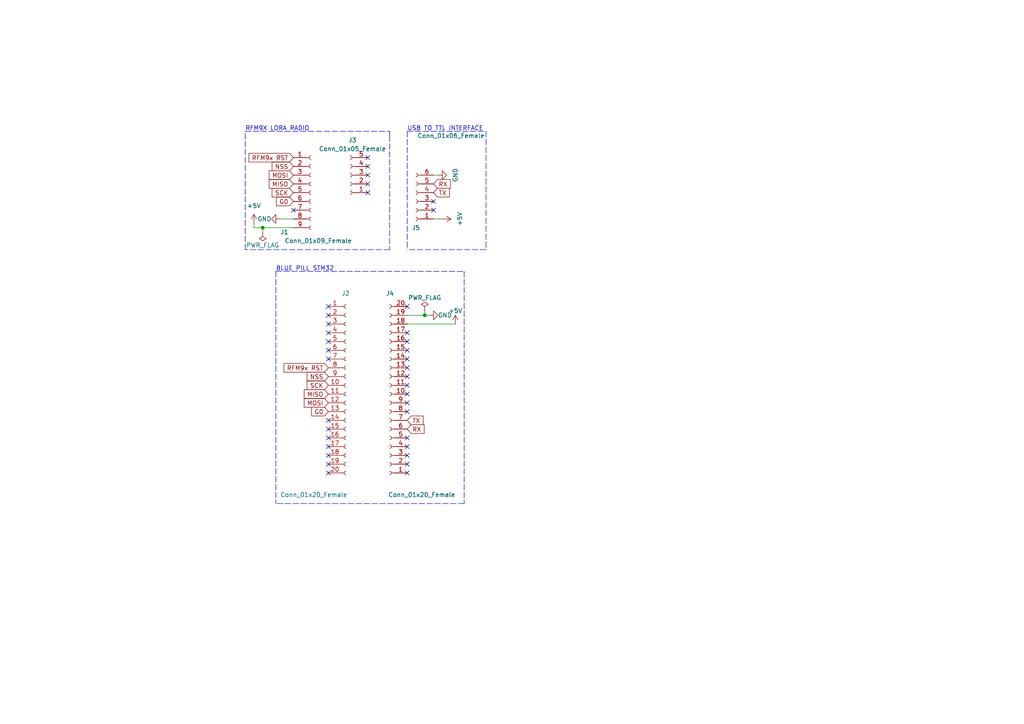
<source format=kicad_sch>
(kicad_sch (version 20211123) (generator eeschema)
  (paper "A4")
  (title_block (title "Esquemático de la Puerta de Enlace") (date "2022-06-14") (company "UTEC"))
  (lib_symbols
    (symbol "Connector:Conn_01x05_Female" (pin_names (offset 1.016) hide)
      (property "Reference" "J" (at 0 7.62 0))
      (property "Value" "Conn_01x05_Female" (at 0 -7.62 0))
      (symbol "Conn_01x05_Female_1_1"
        (arc (start 0 -4.572) (mid -0.508 -5.08) (end 0 -5.588) (stroke (width 0.1524)))
        (arc (start 0 -2.032) (mid -0.508 -2.54) (end 0 -3.048) (stroke (width 0.1524)))
        (polyline (pts (xy -1.27 -5.08) (xy -0.508 -5.08)) (stroke (width 0.1524)))
        (polyline (pts (xy -1.27 -2.54) (xy -0.508 -2.54)) (stroke (width 0.1524)))
        (polyline (pts (xy -1.27 0) (xy -0.508 0)) (stroke (width 0.1524)))
        (polyline (pts (xy -1.27 2.54) (xy -0.508 2.54)) (stroke (width 0.1524)))
        (polyline (pts (xy -1.27 5.08) (xy -0.508 5.08)) (stroke (width 0.1524)))
        (arc (start 0 0.508) (mid -0.508 0) (end 0 -0.508) (stroke (width 0.1524)))
        (arc (start 0 3.048) (mid -0.508 2.54) (end 0 2.032) (stroke (width 0.1524)))
        (arc (start 0 5.588) (mid -0.508 5.08) (end 0 4.572) (stroke (width 0.1524)))
        (pin passive line (at -5.08 5.08 0) (length 3.81) (name "Pin_1") (number "1"))
        (pin passive line (at -5.08 2.54 0) (length 3.81) (name "Pin_2") (number "2"))
        (pin passive line (at -5.08 0 0) (length 3.81) (name "Pin_3") (number "3"))
        (pin passive line (at -5.08 -2.54 0) (length 3.81) (name "Pin_4") (number "4"))
        (pin passive line (at -5.08 -5.08 0) (length 3.81) (name "Pin_5") (number "5"))
      )
    )
    (symbol "Connector:Conn_01x06_Female" (pin_names (offset 1.016) hide)
      (property "Reference" "J" (at 0 7.62 0))
      (property "Value" "Conn_01x06_Female" (at 0 -10.16 0))
      (symbol "Conn_01x06_Female_1_1"
        (arc (start 0 -7.112) (mid -0.508 -7.62) (end 0 -8.128) (stroke (width 0.1524)))
        (arc (start 0 -4.572) (mid -0.508 -5.08) (end 0 -5.588) (stroke (width 0.1524)))
        (arc (start 0 -2.032) (mid -0.508 -2.54) (end 0 -3.048) (stroke (width 0.1524)))
        (polyline (pts (xy -1.27 -7.62) (xy -0.508 -7.62)) (stroke (width 0.1524)))
        (polyline (pts (xy -1.27 -5.08) (xy -0.508 -5.08)) (stroke (width 0.1524)))
        (polyline (pts (xy -1.27 -2.54) (xy -0.508 -2.54)) (stroke (width 0.1524)))
        (polyline (pts (xy -1.27 0) (xy -0.508 0)) (stroke (width 0.1524)))
        (polyline (pts (xy -1.27 2.54) (xy -0.508 2.54)) (stroke (width 0.1524)))
        (polyline (pts (xy -1.27 5.08) (xy -0.508 5.08)) (stroke (width 0.1524)))
        (arc (start 0 0.508) (mid -0.508 0) (end 0 -0.508) (stroke (width 0.1524)))
        (arc (start 0 3.048) (mid -0.508 2.54) (end 0 2.032) (stroke (width 0.1524)))
        (arc (start 0 5.588) (mid -0.508 5.08) (end 0 4.572) (stroke (width 0.1524)))
        (pin passive line (at -5.08 5.08 0) (length 3.81) (name "Pin_1") (number "1"))
        (pin passive line (at -5.08 2.54 0) (length 3.81) (name "Pin_2") (number "2"))
        (pin passive line (at -5.08 0 0) (length 3.81) (name "Pin_3") (number "3"))
        (pin passive line (at -5.08 -2.54 0) (length 3.81) (name "Pin_4") (number "4"))
        (pin passive line (at -5.08 -5.08 0) (length 3.81) (name "Pin_5") (number "5"))
        (pin passive line (at -5.08 -7.62 0) (length 3.81) (name "Pin_6") (number "6"))
      )
    )
    (symbol "Connector:Conn_01x09_Female" (pin_names (offset 1.016) hide)
      (property "Reference" "J" (at 0 12.7 0))
      (property "Value" "Conn_01x09_Female" (at 0 -12.7 0))
      (symbol "Conn_01x09_Female_1_1"
        (arc (start 0 -9.652) (mid -0.508 -10.16) (end 0 -10.668) (stroke (width 0.1524)))
        (arc (start 0 -7.112) (mid -0.508 -7.62) (end 0 -8.128) (stroke (width 0.1524)))
        (arc (start 0 -4.572) (mid -0.508 -5.08) (end 0 -5.588) (stroke (width 0.1524)))
        (arc (start 0 -2.032) (mid -0.508 -2.54) (end 0 -3.048) (stroke (width 0.1524)))
        (polyline (pts (xy -1.27 -10.16) (xy -0.508 -10.16)) (stroke (width 0.1524)))
        (polyline (pts (xy -1.27 -7.62) (xy -0.508 -7.62)) (stroke (width 0.1524)))
        (polyline (pts (xy -1.27 -5.08) (xy -0.508 -5.08)) (stroke (width 0.1524)))
        (polyline (pts (xy -1.27 -2.54) (xy -0.508 -2.54)) (stroke (width 0.1524)))
        (polyline (pts (xy -1.27 0) (xy -0.508 0)) (stroke (width 0.1524)))
        (polyline (pts (xy -1.27 2.54) (xy -0.508 2.54)) (stroke (width 0.1524)))
        (polyline (pts (xy -1.27 5.08) (xy -0.508 5.08)) (stroke (width 0.1524)))
        (polyline (pts (xy -1.27 7.62) (xy -0.508 7.62)) (stroke (width 0.1524)))
        (polyline (pts (xy -1.27 10.16) (xy -0.508 10.16)) (stroke (width 0.1524)))
        (arc (start 0 0.508) (mid -0.508 0) (end 0 -0.508) (stroke (width 0.1524)))
        (arc (start 0 3.048) (mid -0.508 2.54) (end 0 2.032) (stroke (width 0.1524)))
        (arc (start 0 5.588) (mid -0.508 5.08) (end 0 4.572) (stroke (width 0.1524)))
        (arc (start 0 8.128) (mid -0.508 7.62) (end 0 7.112) (stroke (width 0.1524)))
        (arc (start 0 10.668) (mid -0.508 10.16) (end 0 9.652) (stroke (width 0.1524)))
        (pin passive line (at -5.08 10.16 0) (length 3.81) (name "Pin_1") (number "1"))
        (pin passive line (at -5.08 7.62 0) (length 3.81) (name "Pin_2") (number "2"))
        (pin passive line (at -5.08 5.08 0) (length 3.81) (name "Pin_3") (number "3"))
        (pin passive line (at -5.08 2.54 0) (length 3.81) (name "Pin_4") (number "4"))
        (pin passive line (at -5.08 0 0) (length 3.81) (name "Pin_5") (number "5"))
        (pin passive line (at -5.08 -2.54 0) (length 3.81) (name "Pin_6") (number "6"))
        (pin passive line (at -5.08 -5.08 0) (length 3.81) (name "Pin_7") (number "7"))
        (pin passive line (at -5.08 -7.62 0) (length 3.81) (name "Pin_8") (number "8"))
        (pin passive line (at -5.08 -10.16 0) (length 3.81) (name "Pin_9") (number "9"))
      )
    )
    (symbol "Connector:Conn_01x20_Female" (pin_names (offset 1.016) hide)
      (property "Reference" "J" (at 0 25.4 0))
      (property "Value" "Conn_01x20_Female" (at 0 -27.94 0))
      (symbol "Conn_01x20_Female_1_1"
        (arc (start 0 -24.892) (mid -0.508 -25.4) (end 0 -25.908) (stroke (width 0.1524)))
        (arc (start 0 -22.352) (mid -0.508 -22.86) (end 0 -23.368) (stroke (width 0.1524)))
        (arc (start 0 -19.812) (mid -0.508 -20.32) (end 0 -20.828) (stroke (width 0.1524)))
        (arc (start 0 -17.272) (mid -0.508 -17.78) (end 0 -18.288) (stroke (width 0.1524)))
        (arc (start 0 -14.732) (mid -0.508 -15.24) (end 0 -15.748) (stroke (width 0.1524)))
        (arc (start 0 -12.192) (mid -0.508 -12.7) (end 0 -13.208) (stroke (width 0.1524)))
        (arc (start 0 -9.652) (mid -0.508 -10.16) (end 0 -10.668) (stroke (width 0.1524)))
        (arc (start 0 -7.112) (mid -0.508 -7.62) (end 0 -8.128) (stroke (width 0.1524)))
        (arc (start 0 -4.572) (mid -0.508 -5.08) (end 0 -5.588) (stroke (width 0.1524)))
        (arc (start 0 -2.032) (mid -0.508 -2.54) (end 0 -3.048) (stroke (width 0.1524)))
        (polyline (pts (xy -1.27 -25.4) (xy -0.508 -25.4)) (stroke (width 0.1524)))
        (polyline (pts (xy -1.27 -22.86) (xy -0.508 -22.86)) (stroke (width 0.1524)))
        (polyline (pts (xy -1.27 -20.32) (xy -0.508 -20.32)) (stroke (width 0.1524)))
        (polyline (pts (xy -1.27 -17.78) (xy -0.508 -17.78)) (stroke (width 0.1524)))
        (polyline (pts (xy -1.27 -15.24) (xy -0.508 -15.24)) (stroke (width 0.1524)))
        (polyline (pts (xy -1.27 -12.7) (xy -0.508 -12.7)) (stroke (width 0.1524)))
        (polyline (pts (xy -1.27 -10.16) (xy -0.508 -10.16)) (stroke (width 0.1524)))
        (polyline (pts (xy -1.27 -7.62) (xy -0.508 -7.62)) (stroke (width 0.1524)))
        (polyline (pts (xy -1.27 -5.08) (xy -0.508 -5.08)) (stroke (width 0.1524)))
        (polyline (pts (xy -1.27 -2.54) (xy -0.508 -2.54)) (stroke (width 0.1524)))
        (polyline (pts (xy -1.27 0) (xy -0.508 0)) (stroke (width 0.1524)))
        (polyline (pts (xy -1.27 2.54) (xy -0.508 2.54)) (stroke (width 0.1524)))
        (polyline (pts (xy -1.27 5.08) (xy -0.508 5.08)) (stroke (width 0.1524)))
        (polyline (pts (xy -1.27 7.62) (xy -0.508 7.62)) (stroke (width 0.1524)))
        (polyline (pts (xy -1.27 10.16) (xy -0.508 10.16)) (stroke (width 0.1524)))
        (polyline (pts (xy -1.27 12.7) (xy -0.508 12.7)) (stroke (width 0.1524)))
        (polyline (pts (xy -1.27 15.24) (xy -0.508 15.24)) (stroke (width 0.1524)))
        (polyline (pts (xy -1.27 17.78) (xy -0.508 17.78)) (stroke (width 0.1524)))
        (polyline (pts (xy -1.27 20.32) (xy -0.508 20.32)) (stroke (width 0.1524)))
        (polyline (pts (xy -1.27 22.86) (xy -0.508 22.86)) (stroke (width 0.1524)))
        (arc (start 0 0.508) (mid -0.508 0) (end 0 -0.508) (stroke (width 0.1524)))
        (arc (start 0 3.048) (mid -0.508 2.54) (end 0 2.032) (stroke (width 0.1524)))
        (arc (start 0 5.588) (mid -0.508 5.08) (end 0 4.572) (stroke (width 0.1524)))
        (arc (start 0 8.128) (mid -0.508 7.62) (end 0 7.112) (stroke (width 0.1524)))
        (arc (start 0 10.668) (mid -0.508 10.16) (end 0 9.652) (stroke (width 0.1524)))
        (arc (start 0 13.208) (mid -0.508 12.7) (end 0 12.192) (stroke (width 0.1524)))
        (arc (start 0 15.748) (mid -0.508 15.24) (end 0 14.732) (stroke (width 0.1524)))
        (arc (start 0 18.288) (mid -0.508 17.78) (end 0 17.272) (stroke (width 0.1524)))
        (arc (start 0 20.828) (mid -0.508 20.32) (end 0 19.812) (stroke (width 0.1524)))
        (arc (start 0 23.368) (mid -0.508 22.86) (end 0 22.352) (stroke (width 0.1524)))
        (pin passive line (at -5.08 22.86 0) (length 3.81) (name "Pin_1") (number "1"))
        (pin passive line (at -5.08 0 0) (length 3.81) (name "Pin_10") (number "10"))
        (pin passive line (at -5.08 -2.54 0) (length 3.81) (name "Pin_11") (number "11"))
        (pin passive line (at -5.08 -5.08 0) (length 3.81) (name "Pin_12") (number "12"))
        (pin passive line (at -5.08 -7.62 0) (length 3.81) (name "Pin_13") (number "13"))
        (pin passive line (at -5.08 -10.16 0) (length 3.81) (name "Pin_14") (number "14"))
        (pin passive line (at -5.08 -12.7 0) (length 3.81) (name "Pin_15") (number "15"))
        (pin passive line (at -5.08 -15.24 0) (length 3.81) (name "Pin_16") (number "16"))
        (pin passive line (at -5.08 -17.78 0) (length 3.81) (name "Pin_17") (number "17"))
        (pin passive line (at -5.08 -20.32 0) (length 3.81) (name "Pin_18") (number "18"))
        (pin passive line (at -5.08 -22.86 0) (length 3.81) (name "Pin_19") (number "19"))
        (pin passive line (at -5.08 20.32 0) (length 3.81) (name "Pin_2") (number "2"))
        (pin passive line (at -5.08 -25.4 0) (length 3.81) (name "Pin_20") (number "20"))
        (pin passive line (at -5.08 17.78 0) (length 3.81) (name "Pin_3") (number "3"))
        (pin passive line (at -5.08 15.24 0) (length 3.81) (name "Pin_4") (number "4"))
        (pin passive line (at -5.08 12.7 0) (length 3.81) (name "Pin_5") (number "5"))
        (pin passive line (at -5.08 10.16 0) (length 3.81) (name "Pin_6") (number "6"))
        (pin passive line (at -5.08 7.62 0) (length 3.81) (name "Pin_7") (number "7"))
        (pin passive line (at -5.08 5.08 0) (length 3.81) (name "Pin_8") (number "8"))
        (pin passive line (at -5.08 2.54 0) (length 3.81) (name "Pin_9") (number "9"))
      )
    )
    (symbol "power:+5V" (power) (pin_names (offset 0))
      (property "Value" "+5V" (at 0 3.556 0))
      (symbol "+5V_0_1"
        (polyline (pts (xy -0.762 1.27) (xy 0 2.54)))
        (polyline (pts (xy 0 0) (xy 0 2.54)))
        (polyline (pts (xy 0 2.54) (xy 0.762 1.27)))
      )
      (symbol "+5V_1_1"
        (pin power_in line (at 0 0 90) (length 0) hide (name "+5V") (number "1"))
      )
    )
    (symbol "power:GND" (power) (pin_names (offset 0))
      (property "Value" "GND" (at 0 -3.81 0))
      (symbol "GND_0_1"
        (polyline (pts (xy 0 0) (xy 0 -1.27) (xy 1.27 -1.27) (xy 0 -2.54) (xy -1.27 -1.27) (xy 0 -1.27)))
      )
      (symbol "GND_1_1"
        (pin power_in line (at 0 0 270) (length 0) hide (name "GND") (number "1"))
      )
    )
    (symbol "power:PWR_FLAG" (power) (pin_numbers hide) (pin_names (offset 0) hide)
      (property "Value" "PWR_FLAG" (at 0 3.81 0))
      (symbol "PWR_FLAG_0_0"
        (pin power_out line (at 0 0 90) (length 0) (name "pwr") (number "1"))
      )
      (symbol "PWR_FLAG_0_1"
        (polyline (pts (xy 0 0) (xy 0 1.27) (xy -1.016 1.905) (xy 0 2.54) (xy 1.016 1.905) (xy 0 1.27)))
      )
    )
  )
  (junction (at 123.19 91.44))
  (junction (at 76.2 66.04))
  (no_connect (at 95.25 132.08))
  (no_connect (at 118.11 96.52))
  (no_connect (at 118.11 101.6))
  (no_connect (at 118.11 104.14))
  (no_connect (at 118.11 106.68))
  (no_connect (at 118.11 111.76))
  (no_connect (at 118.11 99.06))
  (no_connect (at 118.11 109.22))
  (no_connect (at 118.11 114.3))
  (no_connect (at 118.11 134.62))
  (no_connect (at 118.11 127))
  (no_connect (at 118.11 129.54))
  (no_connect (at 118.11 137.16))
  (no_connect (at 118.11 132.08))
  (no_connect (at 118.11 119.38))
  (no_connect (at 118.11 116.84))
  (no_connect (at 95.25 88.9))
  (no_connect (at 95.25 121.92))
  (no_connect (at 95.25 127))
  (no_connect (at 95.25 124.46))
  (no_connect (at 95.25 129.54))
  (no_connect (at 85.09 60.96))
  (no_connect (at 106.68 53.34))
  (no_connect (at 106.68 45.72))
  (no_connect (at 106.68 50.8))
  (no_connect (at 106.68 48.26))
  (no_connect (at 106.68 55.88))
  (no_connect (at 118.11 88.9))
  (no_connect (at 95.25 134.62))
  (no_connect (at 95.25 137.16))
  (no_connect (at 95.25 96.52))
  (no_connect (at 95.25 91.44))
  (no_connect (at 95.25 93.98))
  (no_connect (at 125.73 58.42))
  (no_connect (at 125.73 60.96))
  (no_connect (at 95.25 101.6))
  (no_connect (at 95.25 99.06))
  (no_connect (at 95.25 104.14))
  (polyline (pts (xy 140.97 72.39) (xy 118.11 72.39)))
  (polyline (pts (xy 118.11 38.1) (xy 118.11 72.39)))
  (polyline (pts (xy 140.97 38.1) (xy 140.97 72.39)))
  (wire (pts (xy 123.19 90.17) (xy 123.19 91.44)))
  (wire (pts (xy 76.2 66.04) (xy 73.66 66.04)))
  (wire (pts (xy 125.73 63.5) (xy 128.27 63.5)))
  (wire (pts (xy 123.19 91.44) (xy 124.46 91.44)))
  (wire (pts (xy 125.73 50.8) (xy 127 50.8)))
  (polyline (pts (xy 113.03 38.1) (xy 113.03 39.37)))
  (polyline (pts (xy 134.62 146.05) (xy 80.01 146.05)))
  (polyline (pts (xy 134.62 78.74) (xy 134.62 146.05)))
  (polyline (pts (xy 80.01 78.74) (xy 80.01 146.05)))
  (polyline (pts (xy 71.12 38.1) (xy 113.03 38.1)))
  (wire (pts (xy 118.11 93.98) (xy 132.08 93.98)))
  (polyline (pts (xy 80.01 78.74) (xy 134.62 78.74)))
  (wire (pts (xy 118.11 91.44) (xy 123.19 91.44)))
  (wire (pts (xy 73.66 66.04) (xy 73.66 64.77)))
  (polyline (pts (xy 71.12 72.39) (xy 71.12 38.1)))
  (wire (pts (xy 85.09 66.04) (xy 76.2 66.04)))
  (wire (pts (xy 81.28 63.5) (xy 85.09 63.5)))
  (polyline (pts (xy 118.11 38.1) (xy 140.97 38.1)))
  (wire (pts (xy 76.2 66.04) (xy 76.2 67.31)))
  (polyline (pts (xy 113.03 72.39) (xy 71.12 72.39)))
  (polyline (pts (xy 113.03 39.37) (xy 113.03 72.39)))
  (text "RFM9X LORA RADIO" (at 71.12 38.1 0) (effects (font (size 1.27 1.27)) (justify left bottom)))
  (text "USB TO TTL INTERFACE\n" (at 118.11 38.1 0) (effects (font (size 1.27 1.27)) (justify left bottom)))
  (text "BLUE PILL STM32" (at 80.01 78.74 0) (effects (font (size 1.27 1.27)) (justify left bottom)))
  (global_label "TX" (shape input) (at 125.73 55.88 0) (property "Intersheet References" "${INTERSHEET_REFS}" (effects hide)))
  (global_label "RX" (shape input) (at 118.11 124.46 0) (property "Intersheet References" "${INTERSHEET_REFS}" (effects hide)))
  (global_label "RX" (shape input) (at 125.73 53.34 0) (property "Intersheet References" "${INTERSHEET_REFS}" (effects hide)))
  (global_label "MISO" (shape input) (at 85.09 53.34 180) (property "Intersheet References" "${INTERSHEET_REFS}" (effects hide)))
  (global_label "RFM9x RST" (shape input) (at 95.25 106.68 180) (property "Intersheet References" "${INTERSHEET_REFS}" (effects hide)))
  (global_label "MOSI" (shape input) (at 95.25 116.84 180) (property "Intersheet References" "${INTERSHEET_REFS}" (effects hide)))
  (global_label "MISO" (shape input) (at 95.25 114.3 180) (property "Intersheet References" "${INTERSHEET_REFS}" (effects hide)))
  (global_label "G0" (shape input) (at 85.09 58.42 180) (property "Intersheet References" "${INTERSHEET_REFS}" (effects hide)))
  (global_label "SCK" (shape input) (at 85.09 55.88 180) (property "Intersheet References" "${INTERSHEET_REFS}" (effects hide)))
  (global_label "NSS" (shape input) (at 95.25 109.22 180) (property "Intersheet References" "${INTERSHEET_REFS}" (effects hide)))
  (global_label "RFM9x RST" (shape input) (at 85.09 45.72 180) (property "Intersheet References" "${INTERSHEET_REFS}" (effects hide)))
  (global_label "MOSI" (shape input) (at 85.09 50.8 180) (property "Intersheet References" "${INTERSHEET_REFS}" (effects hide)))
  (global_label "NSS" (shape input) (at 85.09 48.26 180) (property "Intersheet References" "${INTERSHEET_REFS}" (effects hide)))
  (global_label "TX" (shape input) (at 118.11 121.92 0) (property "Intersheet References" "${INTERSHEET_REFS}" (effects hide)))
  (global_label "G0" (shape input) (at 95.25 119.38 180) (property "Intersheet References" "${INTERSHEET_REFS}" (effects hide)))
  (global_label "SCK" (shape input) (at 95.25 111.76 180) (property "Intersheet References" "${INTERSHEET_REFS}" (effects hide)))
  (symbol (lib_id "power:GND") (at 81.28 63.5 270) (unit 1)
    (property "Reference" "#PWR04" (effects hide))
    (property "Value" "GND" (at 78.74 63.5 90) (effects (justify right)))
  )
  (symbol (lib_id "power:+5V") (at 132.08 93.98 0) (unit 1)
    (property "Reference" "#PWR07" (effects hide))
    (property "Value" "+5V" (at 132.08 90.17 0))
  )
  (symbol (lib_id "Connector:Conn_01x05_Female") (at 101.6 50.8 180) (unit 1)
    (property "Reference" "J3" (at 102.235 40.64 0))
    (property "Value" "Conn_01x05_Female" (at 102.235 43.18 0))
    (property "Footprint" "Connector_PinSocket_2.54mm:PinSocket_1x05_P2.54mm_Vertical" (effects hide))
  )
  (symbol (lib_id "power:+5V") (at 73.66 64.77 0) (unit 1)
    (property "Reference" "#PWR01" (effects hide))
    (property "Value" "+5V" (at 73.66 59.69 0))
  )
  (symbol (lib_id "power:PWR_FLAG") (at 76.2 67.31 180) (unit 1)
    (property "Reference" "#FLG0101" (effects hide))
    (property "Value" "PWR_FLAG" (at 76.2 71.12 0))
  )
  (symbol (lib_id "power:GND") (at 124.46 91.44 90) (unit 1)
    (property "Reference" "#PWR05" (effects hide))
    (property "Value" "GND" (at 127 91.44 90) (effects (justify right)))
  )
  (symbol (lib_id "power:GND") (at 127 50.8 90) (unit 1)
    (property "Reference" "#PWR09" (effects hide))
    (property "Value" "GND" (at 132.08 50.8 0))
  )
  (symbol (lib_id "Connector:Conn_01x20_Female") (at 113.03 114.3 180) (unit 1)
    (property "Reference" "J4" (at 114.3 85.09 0) (effects (justify left)))
    (property "Value" "Conn_01x20_Female" (at 132.08 143.51 0) (effects (justify left)))
    (property "Footprint" "Connector_PinSocket_2.54mm:PinSocket_1x20_P2.54mm_Vertical" (effects hide))
  )
  (symbol (lib_id "Connector:Conn_01x09_Female") (at 90.17 55.88 0) (unit 1)
    (property "Reference" "J1" (at 81.28 67.31 0) (effects (justify left)))
    (property "Value" "Conn_01x09_Female" (at 82.55 69.85 0) (effects (justify left)))
    (property "Footprint" "Connector_PinSocket_2.54mm:PinSocket_1x09_P2.54mm_Vertical" (effects hide))
  )
  (symbol (lib_id "Connector:Conn_01x06_Female") (at 120.65 58.42 180) (unit 1)
    (property "Reference" "J5" (at 120.65 66.04 0))
    (property "Value" "Conn_01x06_Female" (at 130.81 39.37 0))
    (property "Footprint" "Connector_PinSocket_2.54mm:PinSocket_1x06_P2.54mm_Horizontal" (effects hide))
  )
  (symbol (lib_id "Connector:Conn_01x20_Female") (at 100.33 111.76 0) (unit 1)
    (property "Reference" "J2" (at 99.06 85.09 0) (effects (justify left)))
    (property "Value" "Conn_01x20_Female" (at 81.28 143.51 0) (effects (justify left)))
    (property "Footprint" "Connector_PinSocket_2.54mm:PinSocket_1x20_P2.54mm_Vertical" (effects hide))
  )
  (symbol (lib_id "power:+5V") (at 128.27 63.5 270) (unit 1)
    (property "Reference" "#PWR08" (effects hide))
    (property "Value" "+5V" (at 133.35 63.5 0))
  )
  (symbol (lib_id "power:PWR_FLAG") (at 123.19 90.17 0) (unit 1)
    (property "Reference" "#FLG0102" (effects hide))
    (property "Value" "PWR_FLAG" (at 123.19 86.36 0))
  )
)
</source>
